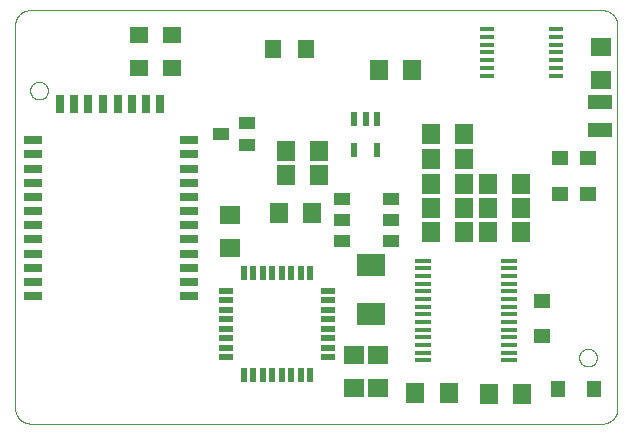
<source format=gtp>
G75*
%MOIN*%
%OFA0B0*%
%FSLAX25Y25*%
%IPPOS*%
%LPD*%
%AMOC8*
5,1,8,0,0,1.08239X$1,22.5*
%
%ADD10C,0.00000*%
%ADD11R,0.06299X0.03150*%
%ADD12R,0.03150X0.06299*%
%ADD13R,0.04724X0.05512*%
%ADD14R,0.06299X0.07087*%
%ADD15R,0.05512X0.04724*%
%ADD16R,0.02165X0.04724*%
%ADD17R,0.05512X0.06299*%
%ADD18R,0.06299X0.05512*%
%ADD19R,0.08000X0.05000*%
%ADD20R,0.05512X0.03937*%
%ADD21R,0.04961X0.01417*%
%ADD22R,0.07087X0.06299*%
%ADD23R,0.05000X0.02200*%
%ADD24R,0.02200X0.05000*%
%ADD25R,0.09449X0.07480*%
%ADD26R,0.05500X0.01370*%
%ADD27R,0.05315X0.03937*%
D10*
X0012311Y0006800D02*
X0202587Y0006800D01*
X0202727Y0006802D01*
X0202867Y0006808D01*
X0203007Y0006818D01*
X0203147Y0006831D01*
X0203286Y0006849D01*
X0203425Y0006871D01*
X0203562Y0006896D01*
X0203700Y0006925D01*
X0203836Y0006958D01*
X0203971Y0006995D01*
X0204105Y0007036D01*
X0204238Y0007081D01*
X0204370Y0007129D01*
X0204500Y0007181D01*
X0204629Y0007236D01*
X0204756Y0007295D01*
X0204882Y0007358D01*
X0205006Y0007424D01*
X0205127Y0007493D01*
X0205247Y0007566D01*
X0205365Y0007643D01*
X0205480Y0007722D01*
X0205594Y0007805D01*
X0205704Y0007891D01*
X0205813Y0007980D01*
X0205919Y0008072D01*
X0206022Y0008167D01*
X0206123Y0008264D01*
X0206220Y0008365D01*
X0206315Y0008468D01*
X0206407Y0008574D01*
X0206496Y0008683D01*
X0206582Y0008793D01*
X0206665Y0008907D01*
X0206744Y0009022D01*
X0206821Y0009140D01*
X0206894Y0009260D01*
X0206963Y0009381D01*
X0207029Y0009505D01*
X0207092Y0009631D01*
X0207151Y0009758D01*
X0207206Y0009887D01*
X0207258Y0010017D01*
X0207306Y0010149D01*
X0207351Y0010282D01*
X0207392Y0010416D01*
X0207429Y0010551D01*
X0207462Y0010687D01*
X0207491Y0010825D01*
X0207516Y0010962D01*
X0207538Y0011101D01*
X0207556Y0011240D01*
X0207569Y0011380D01*
X0207579Y0011520D01*
X0207585Y0011660D01*
X0207587Y0011800D01*
X0207587Y0139595D01*
X0207585Y0139735D01*
X0207579Y0139875D01*
X0207569Y0140015D01*
X0207556Y0140155D01*
X0207538Y0140294D01*
X0207516Y0140433D01*
X0207491Y0140570D01*
X0207462Y0140708D01*
X0207429Y0140844D01*
X0207392Y0140979D01*
X0207351Y0141113D01*
X0207306Y0141246D01*
X0207258Y0141378D01*
X0207206Y0141508D01*
X0207151Y0141637D01*
X0207092Y0141764D01*
X0207029Y0141890D01*
X0206963Y0142014D01*
X0206894Y0142135D01*
X0206821Y0142255D01*
X0206744Y0142373D01*
X0206665Y0142488D01*
X0206582Y0142602D01*
X0206496Y0142712D01*
X0206407Y0142821D01*
X0206315Y0142927D01*
X0206220Y0143030D01*
X0206123Y0143131D01*
X0206022Y0143228D01*
X0205919Y0143323D01*
X0205813Y0143415D01*
X0205704Y0143504D01*
X0205594Y0143590D01*
X0205480Y0143673D01*
X0205365Y0143752D01*
X0205247Y0143829D01*
X0205127Y0143902D01*
X0205006Y0143971D01*
X0204882Y0144037D01*
X0204756Y0144100D01*
X0204629Y0144159D01*
X0204500Y0144214D01*
X0204370Y0144266D01*
X0204238Y0144314D01*
X0204105Y0144359D01*
X0203971Y0144400D01*
X0203836Y0144437D01*
X0203700Y0144470D01*
X0203562Y0144499D01*
X0203425Y0144524D01*
X0203286Y0144546D01*
X0203147Y0144564D01*
X0203007Y0144577D01*
X0202867Y0144587D01*
X0202727Y0144593D01*
X0202587Y0144595D01*
X0011819Y0144595D01*
X0011678Y0144593D01*
X0011538Y0144588D01*
X0011397Y0144578D01*
X0011257Y0144564D01*
X0011117Y0144547D01*
X0010978Y0144526D01*
X0010839Y0144500D01*
X0010702Y0144471D01*
X0010565Y0144438D01*
X0010429Y0144401D01*
X0010294Y0144360D01*
X0010160Y0144316D01*
X0010028Y0144268D01*
X0009897Y0144216D01*
X0009768Y0144160D01*
X0009640Y0144101D01*
X0009514Y0144038D01*
X0009389Y0143972D01*
X0009267Y0143902D01*
X0009147Y0143829D01*
X0009029Y0143752D01*
X0008913Y0143673D01*
X0008799Y0143590D01*
X0008687Y0143503D01*
X0008578Y0143414D01*
X0008472Y0143322D01*
X0008368Y0143226D01*
X0008267Y0143128D01*
X0008169Y0143027D01*
X0008074Y0142924D01*
X0007982Y0142817D01*
X0007892Y0142708D01*
X0007806Y0142597D01*
X0007723Y0142483D01*
X0007643Y0142367D01*
X0007567Y0142249D01*
X0007493Y0142129D01*
X0007424Y0142006D01*
X0007357Y0141882D01*
X0007294Y0141756D01*
X0007235Y0141628D01*
X0007180Y0141499D01*
X0007128Y0141368D01*
X0007079Y0141236D01*
X0007035Y0141102D01*
X0006994Y0140967D01*
X0006957Y0140831D01*
X0006924Y0140694D01*
X0006895Y0140557D01*
X0006870Y0140418D01*
X0006848Y0140279D01*
X0006831Y0140139D01*
X0006817Y0139999D01*
X0006807Y0139858D01*
X0006802Y0139718D01*
X0006800Y0139577D01*
X0006800Y0011780D01*
X0006810Y0011636D01*
X0006823Y0011492D01*
X0006841Y0011348D01*
X0006862Y0011205D01*
X0006888Y0011063D01*
X0006917Y0010921D01*
X0006950Y0010780D01*
X0006987Y0010641D01*
X0007028Y0010502D01*
X0007073Y0010364D01*
X0007121Y0010228D01*
X0007173Y0010093D01*
X0007229Y0009959D01*
X0007289Y0009828D01*
X0007352Y0009697D01*
X0007418Y0009569D01*
X0007488Y0009442D01*
X0007562Y0009318D01*
X0007639Y0009195D01*
X0007719Y0009075D01*
X0007803Y0008957D01*
X0007890Y0008841D01*
X0007980Y0008728D01*
X0008073Y0008617D01*
X0008169Y0008509D01*
X0008268Y0008404D01*
X0008370Y0008301D01*
X0008474Y0008201D01*
X0008581Y0008104D01*
X0008691Y0008010D01*
X0008804Y0007919D01*
X0008919Y0007831D01*
X0009036Y0007747D01*
X0009156Y0007665D01*
X0009278Y0007587D01*
X0009402Y0007512D01*
X0009527Y0007441D01*
X0009655Y0007373D01*
X0009785Y0007309D01*
X0009916Y0007249D01*
X0010049Y0007192D01*
X0010184Y0007138D01*
X0010320Y0007089D01*
X0010457Y0007043D01*
X0010595Y0007001D01*
X0010735Y0006963D01*
X0010875Y0006928D01*
X0011017Y0006898D01*
X0011159Y0006871D01*
X0011302Y0006848D01*
X0011445Y0006830D01*
X0011589Y0006815D01*
X0011733Y0006804D01*
X0011878Y0006797D01*
X0012022Y0006794D01*
X0012167Y0006795D01*
X0012312Y0006800D01*
X0194847Y0028800D02*
X0194849Y0028908D01*
X0194855Y0029017D01*
X0194865Y0029125D01*
X0194879Y0029232D01*
X0194897Y0029339D01*
X0194918Y0029446D01*
X0194944Y0029551D01*
X0194974Y0029656D01*
X0195007Y0029759D01*
X0195044Y0029861D01*
X0195085Y0029961D01*
X0195129Y0030060D01*
X0195178Y0030158D01*
X0195229Y0030253D01*
X0195284Y0030346D01*
X0195343Y0030438D01*
X0195405Y0030527D01*
X0195470Y0030614D01*
X0195538Y0030698D01*
X0195609Y0030780D01*
X0195683Y0030859D01*
X0195760Y0030935D01*
X0195840Y0031009D01*
X0195923Y0031079D01*
X0196008Y0031147D01*
X0196095Y0031211D01*
X0196185Y0031272D01*
X0196277Y0031330D01*
X0196371Y0031384D01*
X0196467Y0031435D01*
X0196564Y0031482D01*
X0196664Y0031526D01*
X0196765Y0031566D01*
X0196867Y0031602D01*
X0196970Y0031634D01*
X0197075Y0031663D01*
X0197181Y0031687D01*
X0197287Y0031708D01*
X0197394Y0031725D01*
X0197502Y0031738D01*
X0197610Y0031747D01*
X0197719Y0031752D01*
X0197827Y0031753D01*
X0197936Y0031750D01*
X0198044Y0031743D01*
X0198152Y0031732D01*
X0198259Y0031717D01*
X0198366Y0031698D01*
X0198472Y0031675D01*
X0198577Y0031649D01*
X0198682Y0031618D01*
X0198784Y0031584D01*
X0198886Y0031546D01*
X0198986Y0031504D01*
X0199085Y0031459D01*
X0199182Y0031410D01*
X0199276Y0031357D01*
X0199369Y0031301D01*
X0199460Y0031242D01*
X0199549Y0031179D01*
X0199635Y0031114D01*
X0199719Y0031045D01*
X0199800Y0030973D01*
X0199878Y0030898D01*
X0199954Y0030820D01*
X0200027Y0030739D01*
X0200097Y0030656D01*
X0200163Y0030571D01*
X0200227Y0030483D01*
X0200287Y0030392D01*
X0200344Y0030300D01*
X0200397Y0030205D01*
X0200447Y0030109D01*
X0200493Y0030011D01*
X0200536Y0029911D01*
X0200575Y0029810D01*
X0200610Y0029707D01*
X0200642Y0029604D01*
X0200669Y0029499D01*
X0200693Y0029393D01*
X0200713Y0029286D01*
X0200729Y0029179D01*
X0200741Y0029071D01*
X0200749Y0028963D01*
X0200753Y0028854D01*
X0200753Y0028746D01*
X0200749Y0028637D01*
X0200741Y0028529D01*
X0200729Y0028421D01*
X0200713Y0028314D01*
X0200693Y0028207D01*
X0200669Y0028101D01*
X0200642Y0027996D01*
X0200610Y0027893D01*
X0200575Y0027790D01*
X0200536Y0027689D01*
X0200493Y0027589D01*
X0200447Y0027491D01*
X0200397Y0027395D01*
X0200344Y0027300D01*
X0200287Y0027208D01*
X0200227Y0027117D01*
X0200163Y0027029D01*
X0200097Y0026944D01*
X0200027Y0026861D01*
X0199954Y0026780D01*
X0199878Y0026702D01*
X0199800Y0026627D01*
X0199719Y0026555D01*
X0199635Y0026486D01*
X0199549Y0026421D01*
X0199460Y0026358D01*
X0199369Y0026299D01*
X0199277Y0026243D01*
X0199182Y0026190D01*
X0199085Y0026141D01*
X0198986Y0026096D01*
X0198886Y0026054D01*
X0198784Y0026016D01*
X0198682Y0025982D01*
X0198577Y0025951D01*
X0198472Y0025925D01*
X0198366Y0025902D01*
X0198259Y0025883D01*
X0198152Y0025868D01*
X0198044Y0025857D01*
X0197936Y0025850D01*
X0197827Y0025847D01*
X0197719Y0025848D01*
X0197610Y0025853D01*
X0197502Y0025862D01*
X0197394Y0025875D01*
X0197287Y0025892D01*
X0197181Y0025913D01*
X0197075Y0025937D01*
X0196970Y0025966D01*
X0196867Y0025998D01*
X0196765Y0026034D01*
X0196664Y0026074D01*
X0196564Y0026118D01*
X0196467Y0026165D01*
X0196371Y0026216D01*
X0196277Y0026270D01*
X0196185Y0026328D01*
X0196095Y0026389D01*
X0196008Y0026453D01*
X0195923Y0026521D01*
X0195840Y0026591D01*
X0195760Y0026665D01*
X0195683Y0026741D01*
X0195609Y0026820D01*
X0195538Y0026902D01*
X0195470Y0026986D01*
X0195405Y0027073D01*
X0195343Y0027162D01*
X0195284Y0027254D01*
X0195229Y0027347D01*
X0195178Y0027442D01*
X0195129Y0027540D01*
X0195085Y0027639D01*
X0195044Y0027739D01*
X0195007Y0027841D01*
X0194974Y0027944D01*
X0194944Y0028049D01*
X0194918Y0028154D01*
X0194897Y0028261D01*
X0194879Y0028368D01*
X0194865Y0028475D01*
X0194855Y0028583D01*
X0194849Y0028692D01*
X0194847Y0028800D01*
X0011847Y0117800D02*
X0011849Y0117908D01*
X0011855Y0118017D01*
X0011865Y0118125D01*
X0011879Y0118232D01*
X0011897Y0118339D01*
X0011918Y0118446D01*
X0011944Y0118551D01*
X0011974Y0118656D01*
X0012007Y0118759D01*
X0012044Y0118861D01*
X0012085Y0118961D01*
X0012129Y0119060D01*
X0012178Y0119158D01*
X0012229Y0119253D01*
X0012284Y0119346D01*
X0012343Y0119438D01*
X0012405Y0119527D01*
X0012470Y0119614D01*
X0012538Y0119698D01*
X0012609Y0119780D01*
X0012683Y0119859D01*
X0012760Y0119935D01*
X0012840Y0120009D01*
X0012923Y0120079D01*
X0013008Y0120147D01*
X0013095Y0120211D01*
X0013185Y0120272D01*
X0013277Y0120330D01*
X0013371Y0120384D01*
X0013467Y0120435D01*
X0013564Y0120482D01*
X0013664Y0120526D01*
X0013765Y0120566D01*
X0013867Y0120602D01*
X0013970Y0120634D01*
X0014075Y0120663D01*
X0014181Y0120687D01*
X0014287Y0120708D01*
X0014394Y0120725D01*
X0014502Y0120738D01*
X0014610Y0120747D01*
X0014719Y0120752D01*
X0014827Y0120753D01*
X0014936Y0120750D01*
X0015044Y0120743D01*
X0015152Y0120732D01*
X0015259Y0120717D01*
X0015366Y0120698D01*
X0015472Y0120675D01*
X0015577Y0120649D01*
X0015682Y0120618D01*
X0015784Y0120584D01*
X0015886Y0120546D01*
X0015986Y0120504D01*
X0016085Y0120459D01*
X0016182Y0120410D01*
X0016276Y0120357D01*
X0016369Y0120301D01*
X0016460Y0120242D01*
X0016549Y0120179D01*
X0016635Y0120114D01*
X0016719Y0120045D01*
X0016800Y0119973D01*
X0016878Y0119898D01*
X0016954Y0119820D01*
X0017027Y0119739D01*
X0017097Y0119656D01*
X0017163Y0119571D01*
X0017227Y0119483D01*
X0017287Y0119392D01*
X0017344Y0119300D01*
X0017397Y0119205D01*
X0017447Y0119109D01*
X0017493Y0119011D01*
X0017536Y0118911D01*
X0017575Y0118810D01*
X0017610Y0118707D01*
X0017642Y0118604D01*
X0017669Y0118499D01*
X0017693Y0118393D01*
X0017713Y0118286D01*
X0017729Y0118179D01*
X0017741Y0118071D01*
X0017749Y0117963D01*
X0017753Y0117854D01*
X0017753Y0117746D01*
X0017749Y0117637D01*
X0017741Y0117529D01*
X0017729Y0117421D01*
X0017713Y0117314D01*
X0017693Y0117207D01*
X0017669Y0117101D01*
X0017642Y0116996D01*
X0017610Y0116893D01*
X0017575Y0116790D01*
X0017536Y0116689D01*
X0017493Y0116589D01*
X0017447Y0116491D01*
X0017397Y0116395D01*
X0017344Y0116300D01*
X0017287Y0116208D01*
X0017227Y0116117D01*
X0017163Y0116029D01*
X0017097Y0115944D01*
X0017027Y0115861D01*
X0016954Y0115780D01*
X0016878Y0115702D01*
X0016800Y0115627D01*
X0016719Y0115555D01*
X0016635Y0115486D01*
X0016549Y0115421D01*
X0016460Y0115358D01*
X0016369Y0115299D01*
X0016277Y0115243D01*
X0016182Y0115190D01*
X0016085Y0115141D01*
X0015986Y0115096D01*
X0015886Y0115054D01*
X0015784Y0115016D01*
X0015682Y0114982D01*
X0015577Y0114951D01*
X0015472Y0114925D01*
X0015366Y0114902D01*
X0015259Y0114883D01*
X0015152Y0114868D01*
X0015044Y0114857D01*
X0014936Y0114850D01*
X0014827Y0114847D01*
X0014719Y0114848D01*
X0014610Y0114853D01*
X0014502Y0114862D01*
X0014394Y0114875D01*
X0014287Y0114892D01*
X0014181Y0114913D01*
X0014075Y0114937D01*
X0013970Y0114966D01*
X0013867Y0114998D01*
X0013765Y0115034D01*
X0013664Y0115074D01*
X0013564Y0115118D01*
X0013467Y0115165D01*
X0013371Y0115216D01*
X0013277Y0115270D01*
X0013185Y0115328D01*
X0013095Y0115389D01*
X0013008Y0115453D01*
X0012923Y0115521D01*
X0012840Y0115591D01*
X0012760Y0115665D01*
X0012683Y0115741D01*
X0012609Y0115820D01*
X0012538Y0115902D01*
X0012470Y0115986D01*
X0012405Y0116073D01*
X0012343Y0116162D01*
X0012284Y0116254D01*
X0012229Y0116347D01*
X0012178Y0116442D01*
X0012129Y0116540D01*
X0012085Y0116639D01*
X0012044Y0116739D01*
X0012007Y0116841D01*
X0011974Y0116944D01*
X0011944Y0117049D01*
X0011918Y0117154D01*
X0011897Y0117261D01*
X0011879Y0117368D01*
X0011865Y0117475D01*
X0011855Y0117583D01*
X0011849Y0117692D01*
X0011847Y0117800D01*
D11*
X0012753Y0101284D03*
X0012753Y0096560D03*
X0012753Y0091835D03*
X0012753Y0087111D03*
X0012753Y0082387D03*
X0012753Y0077662D03*
X0012753Y0072938D03*
X0012753Y0068213D03*
X0012753Y0063489D03*
X0012753Y0058765D03*
X0012753Y0054040D03*
X0012753Y0049316D03*
X0064721Y0049316D03*
X0064721Y0054040D03*
X0064721Y0058765D03*
X0064721Y0063489D03*
X0064721Y0068213D03*
X0064721Y0072938D03*
X0064721Y0077662D03*
X0064721Y0082387D03*
X0064721Y0087111D03*
X0064721Y0091835D03*
X0064721Y0096560D03*
X0064721Y0101284D03*
D12*
X0055166Y0113292D03*
X0050442Y0113292D03*
X0045717Y0113292D03*
X0040993Y0113292D03*
X0035981Y0113292D03*
X0031257Y0113292D03*
X0026532Y0113292D03*
X0021808Y0113292D03*
D13*
X0187894Y0018500D03*
X0199706Y0018500D03*
D14*
X0175681Y0016524D03*
X0164657Y0016524D03*
X0151300Y0017041D03*
X0140276Y0017041D03*
X0145288Y0070800D03*
X0156312Y0070800D03*
X0164288Y0070800D03*
X0164288Y0078800D03*
X0156312Y0078800D03*
X0145288Y0078800D03*
X0145288Y0086800D03*
X0156312Y0086800D03*
X0164288Y0086800D03*
X0175312Y0086800D03*
X0175312Y0078800D03*
X0175312Y0070800D03*
X0156312Y0095050D03*
X0145288Y0095050D03*
X0145288Y0103300D03*
X0156312Y0103300D03*
X0139062Y0124800D03*
X0128038Y0124800D03*
X0108120Y0097617D03*
X0097097Y0097617D03*
X0097081Y0089580D03*
X0108105Y0089580D03*
X0105700Y0076893D03*
X0094676Y0076893D03*
D15*
X0182600Y0047706D03*
X0182600Y0035894D03*
X0188300Y0083394D03*
X0197900Y0083394D03*
X0197900Y0095206D03*
X0188300Y0095206D03*
D16*
X0127423Y0098072D03*
X0119943Y0098072D03*
X0119943Y0108309D03*
X0123683Y0108309D03*
X0127423Y0108309D03*
D17*
X0103929Y0131560D03*
X0092906Y0131560D03*
D18*
X0059000Y0136512D03*
X0048250Y0136512D03*
X0048250Y0125488D03*
X0059000Y0125488D03*
D19*
X0201800Y0113861D03*
X0201800Y0104688D03*
D20*
X0084211Y0107002D03*
X0075550Y0103262D03*
X0084211Y0099522D03*
D21*
X0164083Y0122843D03*
X0164083Y0125402D03*
X0164083Y0127961D03*
X0164083Y0130520D03*
X0164083Y0133080D03*
X0164083Y0135639D03*
X0164083Y0138198D03*
X0187115Y0138198D03*
X0187115Y0135639D03*
X0187115Y0133080D03*
X0187115Y0130520D03*
X0187115Y0127961D03*
X0187115Y0125402D03*
X0187115Y0122843D03*
D22*
X0202196Y0121470D03*
X0202196Y0132494D03*
X0078361Y0076419D03*
X0078361Y0065395D03*
X0119647Y0029708D03*
X0127926Y0029653D03*
X0127926Y0018629D03*
X0119647Y0018684D03*
D23*
X0110980Y0029013D03*
X0110980Y0032162D03*
X0110980Y0035312D03*
X0110980Y0038461D03*
X0110980Y0041611D03*
X0110980Y0044761D03*
X0110980Y0047910D03*
X0110980Y0051060D03*
X0077180Y0051060D03*
X0077180Y0047910D03*
X0077180Y0044761D03*
X0077180Y0041611D03*
X0077180Y0038461D03*
X0077180Y0035312D03*
X0077180Y0032162D03*
X0077180Y0029013D03*
D24*
X0083056Y0023136D03*
X0086206Y0023136D03*
X0089355Y0023136D03*
X0092505Y0023136D03*
X0095654Y0023136D03*
X0098804Y0023136D03*
X0101954Y0023136D03*
X0105103Y0023136D03*
X0105103Y0056936D03*
X0101954Y0056936D03*
X0098804Y0056936D03*
X0095654Y0056936D03*
X0092505Y0056936D03*
X0089355Y0056936D03*
X0086206Y0056936D03*
X0083056Y0056936D03*
D25*
X0125590Y0059713D03*
X0125590Y0043513D03*
D26*
X0142694Y0043229D03*
X0142694Y0045788D03*
X0142694Y0048347D03*
X0142694Y0050906D03*
X0142694Y0053465D03*
X0142694Y0056024D03*
X0142694Y0058583D03*
X0142694Y0061143D03*
X0171481Y0061143D03*
X0171481Y0058583D03*
X0171481Y0056024D03*
X0171481Y0053465D03*
X0171481Y0050906D03*
X0171481Y0048347D03*
X0171481Y0045788D03*
X0171481Y0043229D03*
X0171481Y0040670D03*
X0171481Y0038111D03*
X0171481Y0035552D03*
X0171481Y0032993D03*
X0171481Y0030434D03*
X0171481Y0027875D03*
X0142694Y0027875D03*
X0142694Y0030434D03*
X0142694Y0032993D03*
X0142694Y0035552D03*
X0142694Y0038111D03*
X0142694Y0040670D03*
D27*
X0132076Y0067821D03*
X0132076Y0074711D03*
X0132076Y0081600D03*
X0115776Y0081600D03*
X0115776Y0074711D03*
X0115776Y0067821D03*
M02*

</source>
